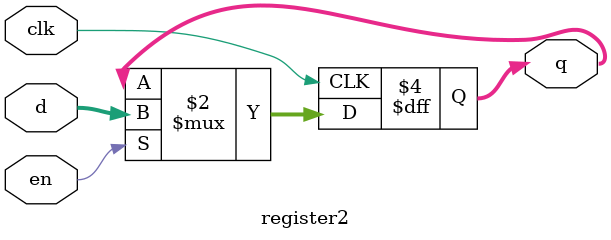
<source format=v>
/*
    register2 is a simple D flip flop that outputs
    the input value at every positive edge of the
    clock
    clk - input clock load_signal
    en - input to enable the register
    d - input data
    q - output data
*/
module register2 (clk,en,d,q);
   input clk,en;
   input [15:0] d;
   output reg [15:0] q;
   always @(negedge clk) begin
       if (en) begin
           q <= d;
       end
   end
endmodule

</source>
